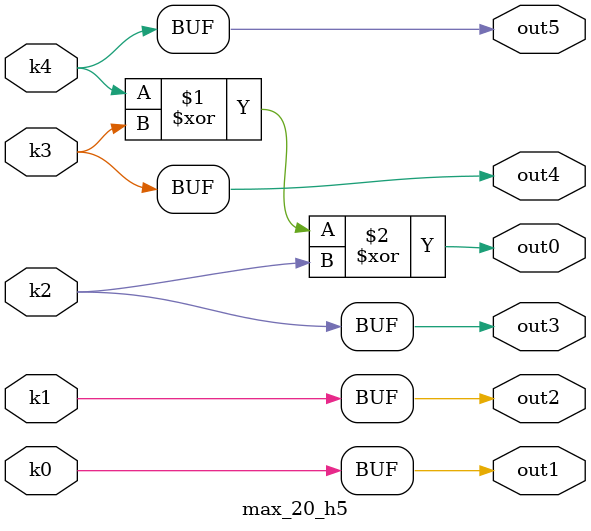
<source format=v>
module max_20(pi00, pi01, pi02, pi03, pi04, pi05, pi06, pi07, pi08, pi09, pi10, po0, po1, po2, po3, po4, po5);
input pi00, pi01, pi02, pi03, pi04, pi05, pi06, pi07, pi08, pi09, pi10;
output po0, po1, po2, po3, po4, po5;
wire k0, k1, k2, k3, k4;
max_20_w5 DUT1 (pi00, pi01, pi02, pi03, pi04, pi05, pi06, pi07, pi08, pi09, pi10, k0, k1, k2, k3, k4);
max_20_h5 DUT2 (k0, k1, k2, k3, k4, po0, po1, po2, po3, po4, po5);
endmodule

module max_20_w5(in10, in9, in8, in7, in6, in5, in4, in3, in2, in1, in0, k4, k3, k2, k1, k0);
input in10, in9, in8, in7, in6, in5, in4, in3, in2, in1, in0;
output k4, k3, k2, k1, k0;
assign k0 =   in0 ? ~in10 : ~in6;
assign k1 =   in0 ? ~in8 : ~in4;
assign k2 =   in0 ? ~in7 : ~in3;
assign k3 =   ~in3 & in7;
assign k4 =   ((in8 & ~in4) | (((in9 & ~in5) | (((in10 & ~in6) | (~in2 & ~in1)) & (in10 | ~in6))) & (in9 | ~in5))) & (in7 | ~in3) & (in8 | ~in4);
endmodule

module max_20_h5(k4, k3, k2, k1, k0, out5, out4, out3, out2, out1, out0);
input k4, k3, k2, k1, k0;
output out5, out4, out3, out2, out1, out0;
assign out0 = k4 ^ k3 ^ k2;
assign out1 = k0;
assign out2 = k1;
assign out3 = k2;
assign out4 = k3;
assign out5 = k4;
endmodule

</source>
